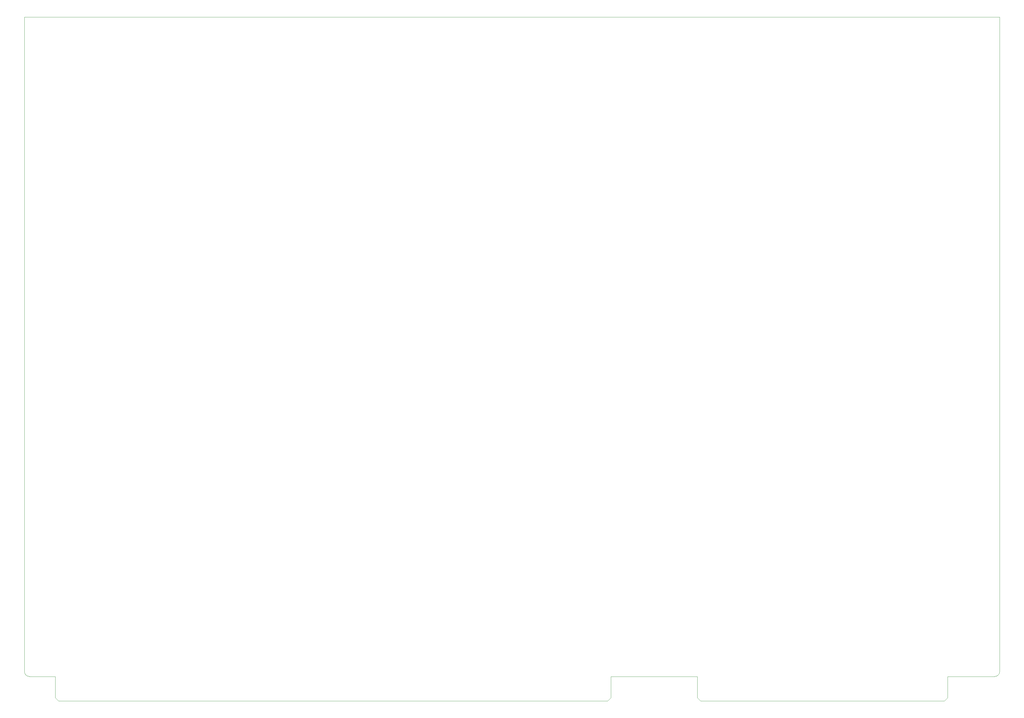
<source format=gbr>
%TF.GenerationSoftware,KiCad,Pcbnew,5.1.9+dfsg1-1~bpo10+1*%
%TF.CreationDate,2021-08-30T17:30:26+01:00*%
%TF.ProjectId,MBext,4d426578-742e-46b6-9963-61645f706362,0*%
%TF.SameCoordinates,Original*%
%TF.FileFunction,Profile,NP*%
%FSLAX46Y46*%
G04 Gerber Fmt 4.6, Leading zero omitted, Abs format (unit mm)*
G04 Created by KiCad (PCBNEW 5.1.9+dfsg1-1~bpo10+1) date 2021-08-30 17:30:26*
%MOMM*%
%LPD*%
G01*
G04 APERTURE LIST*
%TA.AperFunction,Profile*%
%ADD10C,0.050000*%
%TD*%
G04 APERTURE END LIST*
D10*
X62992000Y-232384600D02*
X62992000Y-27686000D01*
X64516000Y-233908600D02*
X72618600Y-233908600D01*
X64516000Y-233908600D02*
G75*
G02*
X62992000Y-232384600I0J1524000D01*
G01*
X367792000Y-232384600D02*
X367792000Y-27686000D01*
X366268000Y-233908600D02*
X351536000Y-233908600D01*
X367792000Y-232384600D02*
G75*
G02*
X366268000Y-233908600I-1524000J0D01*
G01*
X350520000Y-241528600D02*
X274320000Y-241528600D01*
X351536000Y-240512600D02*
X351536000Y-233908600D01*
X351536000Y-240512600D02*
X350520000Y-241528600D01*
X273304000Y-240512600D02*
X273304000Y-233908600D01*
X274320000Y-241528600D02*
X273304000Y-240512600D01*
X245211600Y-241528600D02*
X73634600Y-241528600D01*
X246227600Y-240512600D02*
X246227600Y-233908600D01*
X245211600Y-241528600D02*
X246227600Y-240512600D01*
X72618600Y-240512600D02*
X72618600Y-233908600D01*
X73634600Y-241528600D02*
X72618600Y-240512600D01*
X62992000Y-27686000D02*
X367792000Y-27686000D01*
X246227600Y-233908600D02*
X273304000Y-233908600D01*
M02*

</source>
